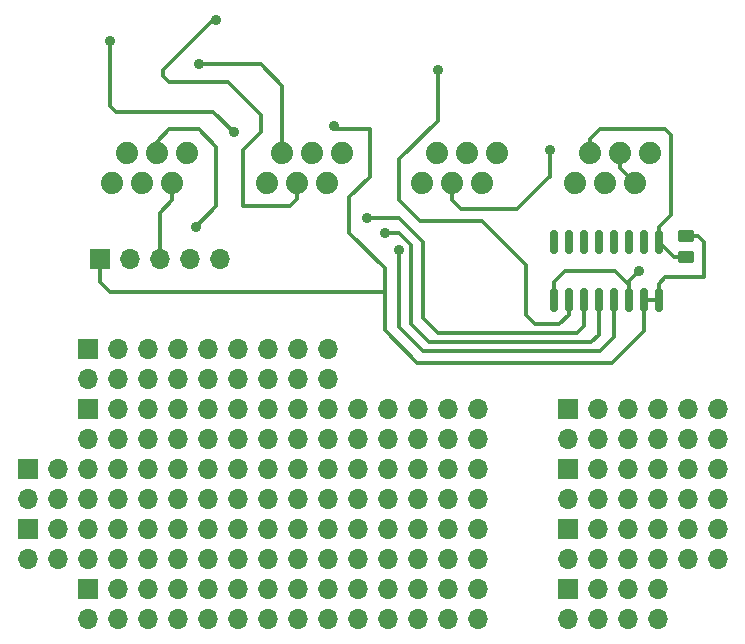
<source format=gtl>
G04 #@! TF.GenerationSoftware,KiCad,Pcbnew,7.0.10-7.0.10~ubuntu22.04.1*
G04 #@! TF.CreationDate,2024-01-31T09:27:01+05:30*
G04 #@! TF.ProjectId,bir-weather-hat,6269722d-7765-4617-9468-65722d686174,rev?*
G04 #@! TF.SameCoordinates,Original*
G04 #@! TF.FileFunction,Copper,L1,Top*
G04 #@! TF.FilePolarity,Positive*
%FSLAX46Y46*%
G04 Gerber Fmt 4.6, Leading zero omitted, Abs format (unit mm)*
G04 Created by KiCad (PCBNEW 7.0.10-7.0.10~ubuntu22.04.1) date 2024-01-31 09:27:01*
%MOMM*%
%LPD*%
G01*
G04 APERTURE LIST*
G04 Aperture macros list*
%AMRoundRect*
0 Rectangle with rounded corners*
0 $1 Rounding radius*
0 $2 $3 $4 $5 $6 $7 $8 $9 X,Y pos of 4 corners*
0 Add a 4 corners polygon primitive as box body*
4,1,4,$2,$3,$4,$5,$6,$7,$8,$9,$2,$3,0*
0 Add four circle primitives for the rounded corners*
1,1,$1+$1,$2,$3*
1,1,$1+$1,$4,$5*
1,1,$1+$1,$6,$7*
1,1,$1+$1,$8,$9*
0 Add four rect primitives between the rounded corners*
20,1,$1+$1,$2,$3,$4,$5,0*
20,1,$1+$1,$4,$5,$6,$7,0*
20,1,$1+$1,$6,$7,$8,$9,0*
20,1,$1+$1,$8,$9,$2,$3,0*%
G04 Aperture macros list end*
G04 #@! TA.AperFunction,ComponentPad*
%ADD10C,1.879600*%
G04 #@! TD*
G04 #@! TA.AperFunction,SMDPad,CuDef*
%ADD11RoundRect,0.150000X-0.150000X0.825000X-0.150000X-0.825000X0.150000X-0.825000X0.150000X0.825000X0*%
G04 #@! TD*
G04 #@! TA.AperFunction,ComponentPad*
%ADD12R,1.700000X1.700000*%
G04 #@! TD*
G04 #@! TA.AperFunction,ComponentPad*
%ADD13O,1.700000X1.700000*%
G04 #@! TD*
G04 #@! TA.AperFunction,SMDPad,CuDef*
%ADD14RoundRect,0.250000X-0.450000X0.262500X-0.450000X-0.262500X0.450000X-0.262500X0.450000X0.262500X0*%
G04 #@! TD*
G04 #@! TA.AperFunction,ViaPad*
%ADD15C,0.900000*%
G04 #@! TD*
G04 #@! TA.AperFunction,Conductor*
%ADD16C,0.300000*%
G04 #@! TD*
G04 APERTURE END LIST*
D10*
X148900000Y-58050000D03*
X150170000Y-55510000D03*
X151440000Y-58050000D03*
X152710000Y-55510000D03*
X153980000Y-58050000D03*
X155250000Y-55510000D03*
X135900000Y-58040000D03*
X137170000Y-55500000D03*
X138440000Y-58040000D03*
X139710000Y-55500000D03*
X140980000Y-58040000D03*
X142250000Y-55500000D03*
X122780000Y-58050000D03*
X124050000Y-55510000D03*
X125320000Y-58050000D03*
X126590000Y-55510000D03*
X127860000Y-58050000D03*
X129130000Y-55510000D03*
X116000000Y-55500000D03*
X114730000Y-58040000D03*
X113460000Y-55500000D03*
X112190000Y-58040000D03*
X110920000Y-55500000D03*
X109650000Y-58040000D03*
D11*
X155945000Y-63025000D03*
X154675000Y-63025000D03*
X153405000Y-63025000D03*
X152135000Y-63025000D03*
X150865000Y-63025000D03*
X149595000Y-63025000D03*
X148325000Y-63025000D03*
X147055000Y-63025000D03*
X147055000Y-67975000D03*
X148325000Y-67975000D03*
X149595000Y-67975000D03*
X150865000Y-67975000D03*
X152135000Y-67975000D03*
X153405000Y-67975000D03*
X154675000Y-67975000D03*
X155945000Y-67975000D03*
D12*
X148260000Y-87300000D03*
D13*
X148260000Y-89840000D03*
X150800000Y-87300000D03*
X150800000Y-89840000D03*
X153340000Y-87300000D03*
X153340000Y-89840000D03*
X155880000Y-87300000D03*
X155880000Y-89840000D03*
X158420000Y-87300000D03*
X158420000Y-89840000D03*
X160960000Y-87300000D03*
X160960000Y-89840000D03*
D12*
X148260000Y-92380000D03*
D13*
X148260000Y-94920000D03*
X150800000Y-92380000D03*
X150800000Y-94920000D03*
X153340000Y-92380000D03*
X153340000Y-94920000D03*
X155880000Y-92380000D03*
X155880000Y-94920000D03*
D12*
X107620000Y-92380000D03*
D13*
X107620000Y-94920000D03*
X110160000Y-92380000D03*
X110160000Y-94920000D03*
X112700000Y-92380000D03*
X112700000Y-94920000D03*
X115240000Y-92380000D03*
X115240000Y-94920000D03*
X117780000Y-92380000D03*
X117780000Y-94920000D03*
X120320000Y-92380000D03*
X120320000Y-94920000D03*
X122860000Y-92380000D03*
X122860000Y-94920000D03*
X125400000Y-92380000D03*
X125400000Y-94920000D03*
X127940000Y-92380000D03*
X127940000Y-94920000D03*
X130480000Y-92380000D03*
X130480000Y-94920000D03*
X133020000Y-92380000D03*
X133020000Y-94920000D03*
X135560000Y-92380000D03*
X135560000Y-94920000D03*
X138100000Y-92380000D03*
X138100000Y-94920000D03*
X140640000Y-92380000D03*
X140640000Y-94920000D03*
D12*
X107620000Y-77140000D03*
D13*
X107620000Y-79680000D03*
X110160000Y-77140000D03*
X110160000Y-79680000D03*
X112700000Y-77140000D03*
X112700000Y-79680000D03*
X115240000Y-77140000D03*
X115240000Y-79680000D03*
X117780000Y-77140000D03*
X117780000Y-79680000D03*
X120320000Y-77140000D03*
X120320000Y-79680000D03*
X122860000Y-77140000D03*
X122860000Y-79680000D03*
X125400000Y-77140000D03*
X125400000Y-79680000D03*
X127940000Y-77140000D03*
X127940000Y-79680000D03*
X130480000Y-77140000D03*
X130480000Y-79680000D03*
X133020000Y-77140000D03*
X133020000Y-79680000D03*
X135560000Y-77140000D03*
X135560000Y-79680000D03*
X138100000Y-77140000D03*
X138100000Y-79680000D03*
X140640000Y-77140000D03*
X140640000Y-79680000D03*
D14*
X158250000Y-62500000D03*
X158250000Y-64325000D03*
D12*
X102540000Y-82220000D03*
D13*
X102540000Y-84760000D03*
X105080000Y-82220000D03*
X105080000Y-84760000D03*
X107620000Y-82220000D03*
X107620000Y-84760000D03*
X110160000Y-82220000D03*
X110160000Y-84760000D03*
X112700000Y-82220000D03*
X112700000Y-84760000D03*
X115240000Y-82220000D03*
X115240000Y-84760000D03*
X117780000Y-82220000D03*
X117780000Y-84760000D03*
X120320000Y-82220000D03*
X120320000Y-84760000D03*
X122860000Y-82220000D03*
X122860000Y-84760000D03*
X125400000Y-82220000D03*
X125400000Y-84760000D03*
X127940000Y-82220000D03*
X127940000Y-84760000D03*
X130480000Y-82220000D03*
X130480000Y-84760000D03*
X133020000Y-82220000D03*
X133020000Y-84760000D03*
X135560000Y-82220000D03*
X135560000Y-84760000D03*
X138100000Y-82220000D03*
X138100000Y-84760000D03*
X140640000Y-82220000D03*
X140640000Y-84760000D03*
D12*
X108630000Y-64500000D03*
D13*
X111170000Y-64500000D03*
X113710000Y-64500000D03*
X116250000Y-64500000D03*
X118790000Y-64500000D03*
D12*
X148260000Y-82220000D03*
D13*
X148260000Y-84760000D03*
X150800000Y-82220000D03*
X150800000Y-84760000D03*
X153340000Y-82220000D03*
X153340000Y-84760000D03*
X155880000Y-82220000D03*
X155880000Y-84760000D03*
X158420000Y-82220000D03*
X158420000Y-84760000D03*
X160960000Y-82220000D03*
X160960000Y-84760000D03*
D12*
X107620000Y-72060000D03*
D13*
X107620000Y-74600000D03*
X110160000Y-72060000D03*
X110160000Y-74600000D03*
X112700000Y-72060000D03*
X112700000Y-74600000D03*
X115240000Y-72060000D03*
X115240000Y-74600000D03*
X117780000Y-72060000D03*
X117780000Y-74600000D03*
X120320000Y-72060000D03*
X120320000Y-74600000D03*
X122860000Y-72060000D03*
X122860000Y-74600000D03*
X125400000Y-72060000D03*
X125400000Y-74600000D03*
X127940000Y-72060000D03*
X127940000Y-74600000D03*
D12*
X102540000Y-87300000D03*
D13*
X102540000Y-89840000D03*
X105080000Y-87300000D03*
X105080000Y-89840000D03*
X107620000Y-87300000D03*
X107620000Y-89840000D03*
X110160000Y-87300000D03*
X110160000Y-89840000D03*
X112700000Y-87300000D03*
X112700000Y-89840000D03*
X115240000Y-87300000D03*
X115240000Y-89840000D03*
X117780000Y-87300000D03*
X117780000Y-89840000D03*
X120320000Y-87300000D03*
X120320000Y-89840000D03*
X122860000Y-87300000D03*
X122860000Y-89840000D03*
X125400000Y-87300000D03*
X125400000Y-89840000D03*
X127940000Y-87300000D03*
X127940000Y-89840000D03*
X130480000Y-87300000D03*
X130480000Y-89840000D03*
X133020000Y-87300000D03*
X133020000Y-89840000D03*
X135560000Y-87300000D03*
X135560000Y-89840000D03*
X138100000Y-87300000D03*
X138100000Y-89840000D03*
X140640000Y-87300000D03*
X140640000Y-89840000D03*
D12*
X148260000Y-77140000D03*
D13*
X148260000Y-79680000D03*
X150800000Y-77140000D03*
X150800000Y-79680000D03*
X153340000Y-77140000D03*
X153340000Y-79680000D03*
X155880000Y-77140000D03*
X155880000Y-79680000D03*
X158420000Y-77140000D03*
X158420000Y-79680000D03*
X160960000Y-77140000D03*
X160960000Y-79680000D03*
D15*
X154250000Y-65500000D03*
X116750000Y-61750000D03*
X117000000Y-48000000D03*
X118500000Y-44250000D03*
X131250000Y-61000000D03*
X132750000Y-62250000D03*
X134000000Y-63750000D03*
X137250000Y-48500000D03*
X146750000Y-55250000D03*
X109500000Y-46000000D03*
X120000000Y-53750000D03*
X128500000Y-53250000D03*
D16*
X153980000Y-58050000D02*
X152710000Y-56780000D01*
X153405000Y-66655000D02*
X153405000Y-67975000D01*
X152710000Y-56780000D02*
X152710000Y-55510000D01*
X153405000Y-66345000D02*
X154250000Y-65500000D01*
X153405000Y-66655000D02*
X153405000Y-66345000D01*
X152250000Y-65500000D02*
X153405000Y-66655000D01*
X147055000Y-66445000D02*
X148000000Y-65500000D01*
X148000000Y-65500000D02*
X152250000Y-65500000D01*
X147055000Y-67975000D02*
X147055000Y-66445000D01*
X117000000Y-53500000D02*
X114500000Y-53500000D01*
X118500000Y-55000000D02*
X117000000Y-53500000D01*
X116750000Y-61750000D02*
X118500000Y-60000000D01*
X114500000Y-53500000D02*
X113460000Y-54540000D01*
X118500000Y-60000000D02*
X118500000Y-55000000D01*
X113460000Y-54540000D02*
X113460000Y-55500000D01*
X113710000Y-60540000D02*
X114730000Y-59520000D01*
X114730000Y-59520000D02*
X114730000Y-58040000D01*
X113710000Y-64500000D02*
X113710000Y-60540000D01*
X122250000Y-48000000D02*
X124050000Y-49800000D01*
X124050000Y-49800000D02*
X124050000Y-55510000D01*
X117000000Y-48000000D02*
X122250000Y-48000000D01*
X120750000Y-55250000D02*
X122250000Y-53750000D01*
X120750000Y-60000000D02*
X120750000Y-55250000D01*
X119500000Y-49500000D02*
X114500000Y-49500000D01*
X118250000Y-44250000D02*
X118500000Y-44250000D01*
X122250000Y-52250000D02*
X119500000Y-49500000D01*
X124750000Y-60000000D02*
X120750000Y-60000000D01*
X114000000Y-49000000D02*
X114000000Y-48500000D01*
X114500000Y-49500000D02*
X114000000Y-49000000D01*
X114000000Y-48500000D02*
X118250000Y-44250000D01*
X125320000Y-59430000D02*
X124750000Y-60000000D01*
X122250000Y-53750000D02*
X122250000Y-52250000D01*
X125320000Y-58050000D02*
X125320000Y-59430000D01*
X134000000Y-61000000D02*
X136000000Y-63000000D01*
X136000000Y-69500000D02*
X137250000Y-70750000D01*
X137250000Y-70750000D02*
X149000000Y-70750000D01*
X131250000Y-61000000D02*
X134000000Y-61000000D01*
X149595000Y-70155000D02*
X149595000Y-67975000D01*
X136000000Y-63000000D02*
X136000000Y-69500000D01*
X149000000Y-70750000D02*
X149595000Y-70155000D01*
X134000000Y-62250000D02*
X135000000Y-63250000D01*
X150865000Y-70885000D02*
X150865000Y-67975000D01*
X135000000Y-70000000D02*
X136500000Y-71500000D01*
X150750000Y-68090000D02*
X150865000Y-67975000D01*
X136500000Y-71500000D02*
X150250000Y-71500000D01*
X150250000Y-71500000D02*
X150865000Y-70885000D01*
X132750000Y-62250000D02*
X134000000Y-62250000D01*
X135000000Y-63250000D02*
X135000000Y-70000000D01*
X134000000Y-70250000D02*
X136000000Y-72250000D01*
X134000000Y-63750000D02*
X134000000Y-70250000D01*
X151000000Y-72250000D02*
X152135000Y-71115000D01*
X152135000Y-71115000D02*
X152135000Y-67975000D01*
X136000000Y-72250000D02*
X151000000Y-72250000D01*
X134000000Y-56000000D02*
X134000000Y-59500000D01*
X144750000Y-65000000D02*
X144750000Y-69250000D01*
X137250000Y-52750000D02*
X134000000Y-56000000D01*
X147500000Y-70000000D02*
X148325000Y-69175000D01*
X134000000Y-59500000D02*
X135750000Y-61250000D01*
X148325000Y-69175000D02*
X148325000Y-67975000D01*
X137250000Y-48500000D02*
X137250000Y-52750000D01*
X141000000Y-61250000D02*
X144750000Y-65000000D01*
X144750000Y-69250000D02*
X145500000Y-70000000D01*
X135750000Y-61250000D02*
X141000000Y-61250000D01*
X145500000Y-70000000D02*
X147500000Y-70000000D01*
X146687500Y-57562500D02*
X146750000Y-57500000D01*
X146750000Y-57500000D02*
X146750000Y-55250000D01*
X138440000Y-58040000D02*
X138440000Y-59440000D01*
X139250000Y-60250000D02*
X144000000Y-60250000D01*
X138440000Y-59440000D02*
X139250000Y-60250000D01*
X144000000Y-60250000D02*
X146687500Y-57562500D01*
X118250000Y-52000000D02*
X110000000Y-52000000D01*
X120000000Y-53750000D02*
X118250000Y-52000000D01*
X109500000Y-51500000D02*
X109500000Y-46000000D01*
X110000000Y-52000000D02*
X109500000Y-51500000D01*
X132750000Y-65250000D02*
X129750000Y-62250000D01*
X159750000Y-63000000D02*
X159250000Y-62500000D01*
X131500000Y-57500000D02*
X131500000Y-53500000D01*
X155945000Y-66555000D02*
X156500000Y-66000000D01*
X154675000Y-67975000D02*
X154675000Y-70575000D01*
X131500000Y-53500000D02*
X128750000Y-53500000D01*
X159750000Y-66000000D02*
X159750000Y-63000000D01*
X108630000Y-66380000D02*
X109500000Y-67250000D01*
X108630000Y-64500000D02*
X108630000Y-66380000D01*
X109500000Y-67250000D02*
X132750000Y-67250000D01*
X132750000Y-67250000D02*
X132750000Y-65250000D01*
X129750000Y-62250000D02*
X129750000Y-59250000D01*
X154675000Y-70575000D02*
X152000000Y-73250000D01*
X135500000Y-73250000D02*
X132750000Y-70500000D01*
X159250000Y-62500000D02*
X158250000Y-62500000D01*
X154675000Y-67975000D02*
X155945000Y-67975000D01*
X155945000Y-67975000D02*
X155945000Y-66555000D01*
X152000000Y-73250000D02*
X135500000Y-73250000D01*
X156500000Y-66000000D02*
X159750000Y-66000000D01*
X128750000Y-53500000D02*
X128500000Y-53250000D01*
X132750000Y-70500000D02*
X132750000Y-67250000D01*
X129750000Y-59250000D02*
X131500000Y-57500000D01*
X156500000Y-53500000D02*
X157000000Y-54000000D01*
X158250000Y-64325000D02*
X157245000Y-64325000D01*
X157245000Y-64325000D02*
X155945000Y-63025000D01*
X157000000Y-60750000D02*
X155945000Y-61805000D01*
X150170000Y-55510000D02*
X150170000Y-54330000D01*
X150170000Y-54330000D02*
X151000000Y-53500000D01*
X155945000Y-61805000D02*
X155945000Y-63025000D01*
X157000000Y-54000000D02*
X157000000Y-60750000D01*
X151000000Y-53500000D02*
X156500000Y-53500000D01*
M02*

</source>
